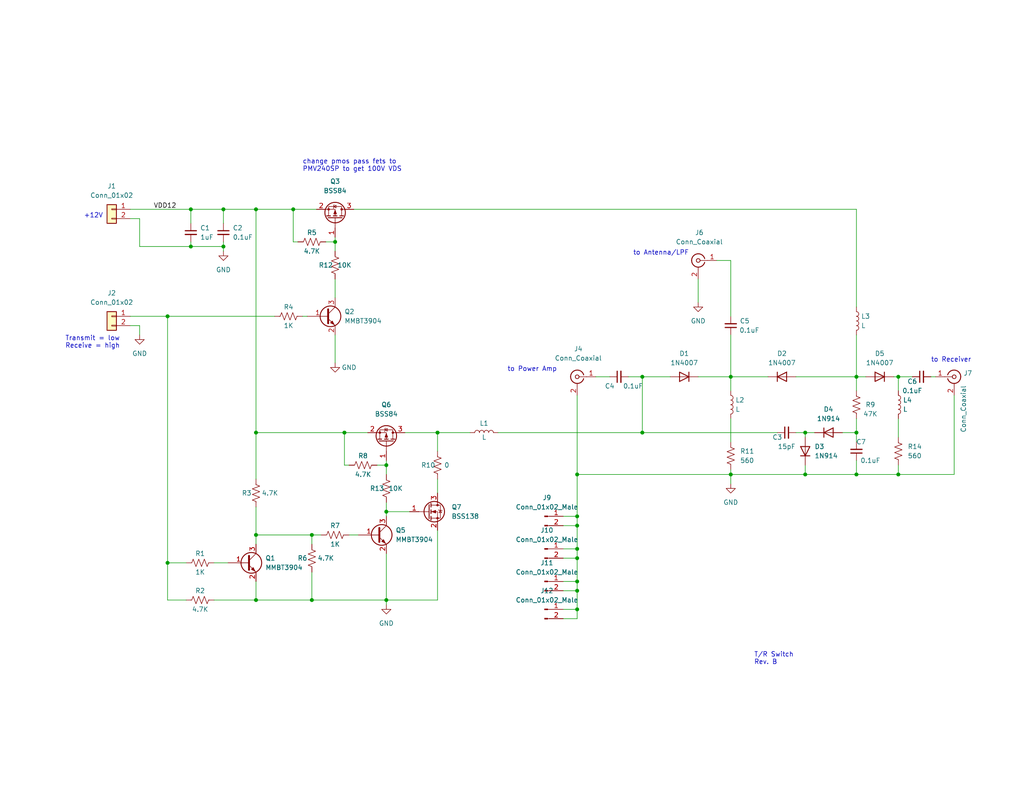
<source format=kicad_sch>
(kicad_sch (version 20211123) (generator eeschema)
  (paper "A")
  (lib_symbols
    (symbol "Connector:Conn_01x02_Male" (pin_names (offset 1.016) hide)
      (property "Reference" "J" (at 0 2.54 0))
      (property "Value" "Conn_01x02_Male" (at 0 -5.08 0))
      (symbol "Conn_01x02_Male_1_1"
        (polyline (pts (xy 1.27 -2.54) (xy 0.8636 -2.54)) (stroke (width 0.1524)))
        (polyline (pts (xy 1.27 0) (xy 0.8636 0)) (stroke (width 0.1524)))
        (rectangle (start 0.8636 -2.413) (end 0 -2.667) (stroke (width 0.1524)) (fill (type outline)))
        (rectangle (start 0.8636 0.127) (end 0 -0.127) (stroke (width 0.1524)) (fill (type outline)))
        (pin passive line (at 5.08 0 180) (length 3.81) (name "Pin_1") (number "1"))
        (pin passive line (at 5.08 -2.54 180) (length 3.81) (name "Pin_2") (number "2"))
      )
    )
    (symbol "Connector:Conn_Coaxial" (pin_names (offset 1.016) hide)
      (property "Reference" "J" (at 0.254 3.048 0))
      (property "Value" "Conn_Coaxial" (at 2.921 0 90))
      (symbol "Conn_Coaxial_0_1"
        (arc (start -1.778 -0.508) (mid 0.222 -1.808) (end 1.778 0) (stroke (width 0.254)))
        (polyline (pts (xy -2.54 0) (xy -0.508 0)))
        (polyline (pts (xy 0 -2.54) (xy 0 -1.778)))
        (circle (center 0 0) (radius 0.508) (stroke (width 0.2032)))
        (arc (start 1.778 0) (mid 0.222 1.8083) (end -1.778 0.508) (stroke (width 0.254)))
      )
      (symbol "Conn_Coaxial_1_1"
        (pin passive line (at -5.08 0 0) (length 2.54) (name "In") (number "1"))
        (pin passive line (at 0 -5.08 90) (length 2.54) (name "Ext") (number "2"))
      )
    )
    (symbol "Connector_Generic:Conn_01x02" (pin_names (offset 1.016) hide)
      (property "Reference" "J" (at 0 2.54 0))
      (property "Value" "Conn_01x02" (at 0 -5.08 0))
      (symbol "Conn_01x02_1_1"
        (rectangle (start -1.27 -2.413) (end 0 -2.667) (stroke (width 0.1524)))
        (rectangle (start -1.27 0.127) (end 0 -0.127) (stroke (width 0.1524)))
        (rectangle (start -1.27 1.27) (end 1.27 -3.81) (stroke (width 0.254)) (fill (type background)))
        (pin passive line (at -5.08 0 0) (length 3.81) (name "Pin_1") (number "1"))
        (pin passive line (at -5.08 -2.54 0) (length 3.81) (name "Pin_2") (number "2"))
      )
    )
    (symbol "Device:C_Small" (pin_numbers hide) (pin_names (offset 0.254) hide)
      (property "Reference" "C" (at 0.254 1.778 0))
      (property "Value" "C_Small" (at 0.254 -2.032 0))
      (symbol "C_Small_0_1"
        (polyline (pts (xy -1.524 -0.508) (xy 1.524 -0.508)) (stroke (width 0.3302)))
        (polyline (pts (xy -1.524 0.508) (xy 1.524 0.508)) (stroke (width 0.3048)))
      )
      (symbol "C_Small_1_1"
        (pin passive line (at 0 2.54 270) (length 2.032) (name "~") (number "1"))
        (pin passive line (at 0 -2.54 90) (length 2.032) (name "~") (number "2"))
      )
    )
    (symbol "Device:D" (pin_numbers hide) (pin_names (offset 1.016) hide)
      (property "Reference" "D" (at 0 2.54 0))
      (property "Value" "D" (at 0 -2.54 0))
      (symbol "D_0_1"
        (polyline (pts (xy -1.27 1.27) (xy -1.27 -1.27)) (stroke (width 0.254)))
        (polyline (pts (xy 1.27 0) (xy -1.27 0)))
        (polyline (pts (xy 1.27 1.27) (xy 1.27 -1.27) (xy -1.27 0) (xy 1.27 1.27)) (stroke (width 0.254)))
      )
      (symbol "D_1_1"
        (pin passive line (at -3.81 0 0) (length 2.54) (name "K") (number "1"))
        (pin passive line (at 3.81 0 180) (length 2.54) (name "A") (number "2"))
      )
    )
    (symbol "Device:L" (pin_numbers hide) (pin_names (offset 1.016) hide)
      (property "Reference" "L" (at -1.27 0 90))
      (property "Value" "L" (at 1.905 0 90))
      (symbol "L_0_1"
        (arc (start 0 -2.54) (mid 0.635 -1.905) (end 0 -1.27))
        (arc (start 0 -1.27) (mid 0.635 -0.635) (end 0 0))
        (arc (start 0 0) (mid 0.635 0.635) (end 0 1.27))
        (arc (start 0 1.27) (mid 0.635 1.905) (end 0 2.54))
      )
      (symbol "L_1_1"
        (pin passive line (at 0 3.81 270) (length 1.27) (name "1") (number "1"))
        (pin passive line (at 0 -3.81 90) (length 1.27) (name "2") (number "2"))
      )
    )
    (symbol "Device:Q_NMOS_GSD" (pin_names (offset 0) hide)
      (property "Reference" "Q" (at 5.08 1.27 0))
      (property "Value" "Q_NMOS_GSD" (at 5.08 -1.27 0))
      (symbol "Q_NMOS_GSD_0_1"
        (polyline (pts (xy 0.254 0) (xy -2.54 0)))
        (polyline (pts (xy 0.254 1.905) (xy 0.254 -1.905)) (stroke (width 0.254)))
        (polyline (pts (xy 0.762 -1.27) (xy 0.762 -2.286)) (stroke (width 0.254)))
        (polyline (pts (xy 0.762 0.508) (xy 0.762 -0.508)) (stroke (width 0.254)))
        (polyline (pts (xy 0.762 2.286) (xy 0.762 1.27)) (stroke (width 0.254)))
        (polyline (pts (xy 2.54 2.54) (xy 2.54 1.778)))
        (polyline (pts (xy 2.54 -2.54) (xy 2.54 0) (xy 0.762 0)))
        (polyline (pts (xy 0.762 -1.778) (xy 3.302 -1.778) (xy 3.302 1.778) (xy 0.762 1.778)))
        (polyline (pts (xy 1.016 0) (xy 2.032 0.381) (xy 2.032 -0.381) (xy 1.016 0)) (fill (type outline)))
        (polyline (pts (xy 2.794 0.508) (xy 2.921 0.381) (xy 3.683 0.381) (xy 3.81 0.254)))
        (polyline (pts (xy 3.302 0.381) (xy 2.921 -0.254) (xy 3.683 -0.254) (xy 3.302 0.381)))
        (circle (center 1.651 0) (radius 2.794) (stroke (width 0.254)))
        (circle (center 2.54 -1.778) (radius 0.254) (fill (type outline)))
        (circle (center 2.54 1.778) (radius 0.254) (fill (type outline)))
      )
      (symbol "Q_NMOS_GSD_1_1"
        (pin input line (at -5.08 0 0) (length 2.54) (name "G") (number "1"))
        (pin passive line (at 2.54 -5.08 90) (length 2.54) (name "S") (number "2"))
        (pin passive line (at 2.54 5.08 270) (length 2.54) (name "D") (number "3"))
      )
    )
    (symbol "Device:Q_NPN_BEC" (pin_names (offset 0) hide)
      (property "Reference" "Q" (at 5.08 1.27 0))
      (property "Value" "Q_NPN_BEC" (at 5.08 -1.27 0))
      (symbol "Q_NPN_BEC_0_1"
        (polyline (pts (xy 0.635 0.635) (xy 2.54 2.54)))
        (polyline (pts (xy 0.635 -0.635) (xy 2.54 -2.54) (xy 2.54 -2.54)))
        (polyline (pts (xy 0.635 1.905) (xy 0.635 -1.905) (xy 0.635 -1.905)) (stroke (width 0.508)))
        (polyline (pts (xy 1.27 -1.778) (xy 1.778 -1.27) (xy 2.286 -2.286) (xy 1.27 -1.778) (xy 1.27 -1.778)) (fill (type outline)))
        (circle (center 1.27 0) (radius 2.8194) (stroke (width 0.254)))
      )
      (symbol "Q_NPN_BEC_1_1"
        (pin input line (at -5.08 0 0) (length 5.715) (name "B") (number "1"))
        (pin passive line (at 2.54 -5.08 90) (length 2.54) (name "E") (number "2"))
        (pin passive line (at 2.54 5.08 270) (length 2.54) (name "C") (number "3"))
      )
    )
    (symbol "Device:Q_PMOS_GSD" (pin_names (offset 0) hide)
      (property "Reference" "Q" (at 5.08 1.27 0))
      (property "Value" "Q_PMOS_GSD" (at 5.08 -1.27 0))
      (symbol "Q_PMOS_GSD_0_1"
        (polyline (pts (xy 0.254 0) (xy -2.54 0)))
        (polyline (pts (xy 0.254 1.905) (xy 0.254 -1.905)) (stroke (width 0.254)))
        (polyline (pts (xy 0.762 -1.27) (xy 0.762 -2.286)) (stroke (width 0.254)))
        (polyline (pts (xy 0.762 0.508) (xy 0.762 -0.508)) (stroke (width 0.254)))
        (polyline (pts (xy 0.762 2.286) (xy 0.762 1.27)) (stroke (width 0.254)))
        (polyline (pts (xy 2.54 2.54) (xy 2.54 1.778)))
        (polyline (pts (xy 2.54 -2.54) (xy 2.54 0) (xy 0.762 0)))
        (polyline (pts (xy 0.762 1.778) (xy 3.302 1.778) (xy 3.302 -1.778) (xy 0.762 -1.778)))
        (polyline (pts (xy 2.286 0) (xy 1.27 0.381) (xy 1.27 -0.381) (xy 2.286 0)) (fill (type outline)))
        (polyline (pts (xy 2.794 -0.508) (xy 2.921 -0.381) (xy 3.683 -0.381) (xy 3.81 -0.254)))
        (polyline (pts (xy 3.302 -0.381) (xy 2.921 0.254) (xy 3.683 0.254) (xy 3.302 -0.381)))
        (circle (center 1.651 0) (radius 2.794) (stroke (width 0.254)))
        (circle (center 2.54 -1.778) (radius 0.254) (fill (type outline)))
        (circle (center 2.54 1.778) (radius 0.254) (fill (type outline)))
      )
      (symbol "Q_PMOS_GSD_1_1"
        (pin input line (at -5.08 0 0) (length 2.54) (name "G") (number "1"))
        (pin passive line (at 2.54 -5.08 90) (length 2.54) (name "S") (number "2"))
        (pin passive line (at 2.54 5.08 270) (length 2.54) (name "D") (number "3"))
      )
    )
    (symbol "Device:R_US" (pin_numbers hide) (pin_names (offset 0))
      (property "Reference" "R" (at 2.54 0 90))
      (property "Value" "R_US" (at -2.54 0 90))
      (symbol "R_US_0_1"
        (polyline (pts (xy 0 -2.286) (xy 0 -2.54)))
        (polyline (pts (xy 0 2.286) (xy 0 2.54)))
        (polyline (pts (xy 0 -0.762) (xy 1.016 -1.143) (xy 0 -1.524) (xy -1.016 -1.905) (xy 0 -2.286)))
        (polyline (pts (xy 0 0.762) (xy 1.016 0.381) (xy 0 0) (xy -1.016 -0.381) (xy 0 -0.762)))
        (polyline (pts (xy 0 2.286) (xy 1.016 1.905) (xy 0 1.524) (xy -1.016 1.143) (xy 0 0.762)))
      )
      (symbol "R_US_1_1"
        (pin passive line (at 0 3.81 270) (length 1.27) (name "~") (number "1"))
        (pin passive line (at 0 -3.81 90) (length 1.27) (name "~") (number "2"))
      )
    )
    (symbol "power:GND" (power) (pin_names (offset 0))
      (property "Value" "GND" (at 0 -3.81 0))
      (symbol "GND_0_1"
        (polyline (pts (xy 0 0) (xy 0 -1.27) (xy 1.27 -1.27) (xy 0 -2.54) (xy -1.27 -1.27) (xy 0 -1.27)))
      )
      (symbol "GND_1_1"
        (pin power_in line (at 0 0 270) (length 0) hide (name "GND") (number "1"))
      )
    )
  )
  (junction (at 85.09 146.05))
  (junction (at 119.38 118.11))
  (junction (at 157.48 158.75))
  (junction (at 52.07 57.15))
  (junction (at 105.41 139.7))
  (junction (at 157.48 149.86))
  (junction (at 233.68 102.87))
  (junction (at 219.71 129.54))
  (junction (at 85.09 163.83))
  (junction (at 245.11 129.54))
  (junction (at 199.39 129.54))
  (junction (at 60.96 57.15))
  (junction (at 157.48 143.51))
  (junction (at 91.44 66.04))
  (junction (at 52.07 67.31))
  (junction (at 157.48 129.54))
  (junction (at 233.68 118.11))
  (junction (at 93.98 118.11))
  (junction (at 175.26 118.11))
  (junction (at 157.48 140.97))
  (junction (at 69.85 163.83))
  (junction (at 175.26 102.87))
  (junction (at 245.11 102.87))
  (junction (at 157.48 152.4))
  (junction (at 60.96 67.31))
  (junction (at 69.85 146.05))
  (junction (at 157.48 161.29))
  (junction (at 69.85 57.15))
  (junction (at 45.72 153.67))
  (junction (at 105.41 127))
  (junction (at 45.72 86.36))
  (junction (at 219.71 118.11))
  (junction (at 233.68 129.54))
  (junction (at 199.39 102.87))
  (junction (at 69.85 118.11))
  (junction (at 80.01 57.15))
  (junction (at 157.48 166.37))
  (junction (at 105.41 163.83))
  (wire (pts (xy 38.1 67.31) (xy 52.07 67.31)))
  (wire (pts (xy 96.52 57.15) (xy 233.68 57.15)))
  (wire (pts (xy 233.68 125.73) (xy 233.68 129.54)))
  (wire (pts (xy 105.41 127) (xy 105.41 129.54)))
  (wire (pts (xy 157.48 149.86) (xy 157.48 143.51)))
  (wire (pts (xy 119.38 118.11) (xy 128.27 118.11)))
  (wire (pts (xy 153.67 158.75) (xy 157.48 158.75)))
  (wire (pts (xy 93.98 118.11) (xy 93.98 127)))
  (wire (pts (xy 190.5 76.2) (xy 190.5 82.55)))
  (wire (pts (xy 82.55 86.36) (xy 83.82 86.36)))
  (wire (pts (xy 45.72 86.36) (xy 74.93 86.36)))
  (wire (pts (xy 60.96 57.15) (xy 69.85 57.15)))
  (wire (pts (xy 212.09 118.11) (xy 175.26 118.11)))
  (wire (pts (xy 219.71 118.11) (xy 222.25 118.11)))
  (wire (pts (xy 217.17 118.11) (xy 219.71 118.11)))
  (wire (pts (xy 119.38 118.11) (xy 119.38 123.19)))
  (wire (pts (xy 58.42 163.83) (xy 69.85 163.83)))
  (wire (pts (xy 171.45 102.87) (xy 175.26 102.87)))
  (wire (pts (xy 233.68 102.87) (xy 236.22 102.87)))
  (wire (pts (xy 162.56 102.87) (xy 166.37 102.87)))
  (wire (pts (xy 245.11 127) (xy 245.11 129.54)))
  (wire (pts (xy 153.67 168.91) (xy 157.48 168.91)))
  (wire (pts (xy 86.36 57.15) (xy 80.01 57.15)))
  (wire (pts (xy 233.68 118.11) (xy 233.68 120.65)))
  (wire (pts (xy 38.1 59.69) (xy 38.1 67.31)))
  (wire (pts (xy 88.9 66.04) (xy 91.44 66.04)))
  (wire (pts (xy 50.8 153.67) (xy 45.72 153.67)))
  (wire (pts (xy 233.68 57.15) (xy 233.68 83.82)))
  (wire (pts (xy 245.11 114.3) (xy 245.11 119.38)))
  (wire (pts (xy 110.49 118.11) (xy 119.38 118.11)))
  (wire (pts (xy 52.07 67.31) (xy 60.96 67.31)))
  (wire (pts (xy 60.96 66.04) (xy 60.96 67.31)))
  (wire (pts (xy 45.72 163.83) (xy 45.72 153.67)))
  (wire (pts (xy 219.71 129.54) (xy 199.39 129.54)))
  (wire (pts (xy 157.48 143.51) (xy 157.48 140.97)))
  (wire (pts (xy 199.39 128.27) (xy 199.39 129.54)))
  (wire (pts (xy 245.11 102.87) (xy 245.11 106.68)))
  (wire (pts (xy 157.48 166.37) (xy 157.48 168.91)))
  (wire (pts (xy 233.68 91.44) (xy 233.68 102.87)))
  (wire (pts (xy 93.98 127) (xy 95.25 127)))
  (wire (pts (xy 199.39 114.3) (xy 199.39 120.65)))
  (wire (pts (xy 35.56 88.9) (xy 38.1 88.9)))
  (wire (pts (xy 91.44 64.77) (xy 91.44 66.04)))
  (wire (pts (xy 69.85 158.75) (xy 69.85 163.83)))
  (wire (pts (xy 233.68 114.3) (xy 233.68 118.11)))
  (wire (pts (xy 60.96 57.15) (xy 60.96 60.96)))
  (wire (pts (xy 95.25 146.05) (xy 97.79 146.05)))
  (wire (pts (xy 243.84 102.87) (xy 245.11 102.87)))
  (wire (pts (xy 153.67 161.29) (xy 157.48 161.29)))
  (wire (pts (xy 52.07 57.15) (xy 52.07 60.96)))
  (wire (pts (xy 69.85 118.11) (xy 93.98 118.11)))
  (wire (pts (xy 157.48 152.4) (xy 157.48 149.86)))
  (wire (pts (xy 38.1 88.9) (xy 38.1 91.44)))
  (wire (pts (xy 69.85 118.11) (xy 69.85 130.81)))
  (wire (pts (xy 102.87 127) (xy 105.41 127)))
  (wire (pts (xy 35.56 57.15) (xy 52.07 57.15)))
  (wire (pts (xy 199.39 129.54) (xy 199.39 132.08)))
  (wire (pts (xy 233.68 102.87) (xy 233.68 106.68)))
  (wire (pts (xy 105.41 125.73) (xy 105.41 127)))
  (wire (pts (xy 80.01 57.15) (xy 80.01 66.04)))
  (wire (pts (xy 217.17 102.87) (xy 233.68 102.87)))
  (wire (pts (xy 100.33 118.11) (xy 93.98 118.11)))
  (wire (pts (xy 52.07 57.15) (xy 60.96 57.15)))
  (wire (pts (xy 60.96 67.31) (xy 60.96 68.58)))
  (wire (pts (xy 105.41 151.13) (xy 105.41 163.83)))
  (wire (pts (xy 91.44 66.04) (xy 91.44 68.58)))
  (wire (pts (xy 69.85 118.11) (xy 69.85 57.15)))
  (wire (pts (xy 35.56 59.69) (xy 38.1 59.69)))
  (wire (pts (xy 105.41 139.7) (xy 111.76 139.7)))
  (wire (pts (xy 199.39 106.68) (xy 199.39 102.87)))
  (wire (pts (xy 157.48 129.54) (xy 199.39 129.54)))
  (wire (pts (xy 245.11 129.54) (xy 233.68 129.54)))
  (wire (pts (xy 135.89 118.11) (xy 175.26 118.11)))
  (wire (pts (xy 69.85 146.05) (xy 85.09 146.05)))
  (wire (pts (xy 233.68 129.54) (xy 219.71 129.54)))
  (wire (pts (xy 50.8 163.83) (xy 45.72 163.83)))
  (wire (pts (xy 105.41 139.7) (xy 105.41 140.97)))
  (wire (pts (xy 91.44 91.44) (xy 91.44 99.06)))
  (wire (pts (xy 260.35 107.95) (xy 260.35 129.54)))
  (wire (pts (xy 52.07 66.04) (xy 52.07 67.31)))
  (wire (pts (xy 69.85 163.83) (xy 85.09 163.83)))
  (wire (pts (xy 91.44 76.2) (xy 91.44 81.28)))
  (wire (pts (xy 175.26 102.87) (xy 175.26 118.11)))
  (wire (pts (xy 219.71 118.11) (xy 219.71 119.38)))
  (wire (pts (xy 153.67 143.51) (xy 157.48 143.51)))
  (wire (pts (xy 260.35 129.54) (xy 245.11 129.54)))
  (wire (pts (xy 85.09 146.05) (xy 87.63 146.05)))
  (wire (pts (xy 157.48 158.75) (xy 157.48 161.29)))
  (wire (pts (xy 58.42 153.67) (xy 62.23 153.67)))
  (wire (pts (xy 35.56 86.36) (xy 45.72 86.36)))
  (wire (pts (xy 69.85 57.15) (xy 80.01 57.15)))
  (wire (pts (xy 157.48 140.97) (xy 157.48 129.54)))
  (wire (pts (xy 199.39 71.12) (xy 199.39 86.36)))
  (wire (pts (xy 254 102.87) (xy 255.27 102.87)))
  (wire (pts (xy 105.41 163.83) (xy 105.41 165.1)))
  (wire (pts (xy 153.67 149.86) (xy 157.48 149.86)))
  (wire (pts (xy 199.39 91.44) (xy 199.39 102.87)))
  (wire (pts (xy 85.09 148.59) (xy 85.09 146.05)))
  (wire (pts (xy 175.26 102.87) (xy 182.88 102.87)))
  (wire (pts (xy 119.38 144.78) (xy 119.38 163.83)))
  (wire (pts (xy 190.5 102.87) (xy 199.39 102.87)))
  (wire (pts (xy 69.85 138.43) (xy 69.85 146.05)))
  (wire (pts (xy 153.67 152.4) (xy 157.48 152.4)))
  (wire (pts (xy 229.87 118.11) (xy 233.68 118.11)))
  (wire (pts (xy 153.67 166.37) (xy 157.48 166.37)))
  (wire (pts (xy 105.41 137.16) (xy 105.41 139.7)))
  (wire (pts (xy 119.38 130.81) (xy 119.38 134.62)))
  (wire (pts (xy 219.71 127) (xy 219.71 129.54)))
  (wire (pts (xy 45.72 153.67) (xy 45.72 86.36)))
  (wire (pts (xy 195.58 71.12) (xy 199.39 71.12)))
  (wire (pts (xy 119.38 163.83) (xy 105.41 163.83)))
  (wire (pts (xy 85.09 163.83) (xy 105.41 163.83)))
  (wire (pts (xy 199.39 102.87) (xy 209.55 102.87)))
  (wire (pts (xy 85.09 156.21) (xy 85.09 163.83)))
  (wire (pts (xy 157.48 161.29) (xy 157.48 166.37)))
  (wire (pts (xy 80.01 66.04) (xy 81.28 66.04)))
  (wire (pts (xy 153.67 140.97) (xy 157.48 140.97)))
  (wire (pts (xy 245.11 102.87) (xy 248.92 102.87)))
  (wire (pts (xy 157.48 107.95) (xy 157.48 129.54)))
  (wire (pts (xy 157.48 158.75) (xy 157.48 152.4)))
  (wire (pts (xy 69.85 146.05) (xy 69.85 148.59)))
  (text "T/R Switch\nRev. B" (at 205.74 181.61 0) (effects (font (size 1.27 1.27)) (justify left bottom)))
  (text "+12V" (at 22.86 59.69 0) (effects (font (size 1.27 1.27)) (justify left bottom)))
  (text "Transmit = low\nReceive = high" (at 17.78 95.25 0) (effects (font (size 1.27 1.27)) (justify left bottom)))
  (text "to Receiver" (at 254 99.06 0) (effects (font (size 1.27 1.27)) (justify left bottom)))
  (text "to Power Amp" (at 138.43 101.6 0) (effects (font (size 1.27 1.27)) (justify left bottom)))
  (text "change pmos pass fets to\nPMV240SP to get 100V VDS" (at 82.55 46.99 0) (effects (font (size 1.27 1.27)) (justify left bottom)))
  (text "to Antenna/LPF" (at 172.72 69.85 0) (effects (font (size 1.27 1.27)) (justify left bottom)))
  (label "VDD12" (at 41.91 57.15 0))
  (symbol (lib_id "Device:R_US") (at 85.09 66.04 90) (unit 1)
    (property "Reference" "R5" (at 85.09 63.5 90))
    (property "Value" "4.7K" (at 85.09 68.58 90))
    (property "Footprint" "Resistor_SMD:R_0603_1608Metric_Pad0.98x0.95mm_HandSolder" (effects hide))
  )
  (symbol (lib_id "Connector:Conn_01x02_Male") (at 148.59 140.97 0) (unit 1)
    (property "Reference" "J9" (at 149.225 135.89 0))
    (property "Value" "Conn_01x02_Male" (at 149.225 138.43 0))
    (property "Footprint" "Connector_PinHeader_2.54mm:PinHeader_1x02_P2.54mm_Vertical" (effects hide))
  )
  (symbol (lib_id "Device:Q_NPN_BEC") (at 102.87 146.05 0) (unit 1)
    (property "Reference" "Q5" (at 107.95 144.7799 0) (effects (justify left)))
    (property "Value" "MMBT3904" (at 107.95 147.3199 0) (effects (justify left)))
    (property "Footprint" "Package_TO_SOT_SMD:SOT-23" (effects hide))
  )
  (symbol (lib_id "Device:D") (at 213.36 102.87 0) (unit 1)
    (property "Reference" "D2" (at 213.36 96.52 0))
    (property "Value" "1N4007" (at 213.36 99.06 0))
    (property "Footprint" "Diode_THT:D_DO-41_SOD81_P10.16mm_Horizontal" (effects hide))
  )
  (symbol (lib_id "Device:Q_NMOS_GSD") (at 116.84 139.7 0) (unit 1)
    (property "Reference" "Q7" (at 123.19 138.4299 0) (effects (justify left)))
    (property "Value" "BSS138" (at 123.19 140.9699 0) (effects (justify left)))
    (property "Footprint" "Package_TO_SOT_SMD:SOT-23" (effects hide))
  )
  (symbol (lib_id "power:GND") (at 38.1 91.44 0) (unit 1)
    (property "Reference" "#PWR01" (effects hide))
    (property "Value" "GND" (at 38.1 96.52 0))
  )
  (symbol (lib_id "Device:R_US") (at 54.61 163.83 270) (unit 1)
    (property "Reference" "R2" (at 54.61 161.29 90))
    (property "Value" "4.7K" (at 54.61 166.37 90))
    (property "Footprint" "Resistor_SMD:R_0603_1608Metric_Pad0.98x0.95mm_HandSolder" (effects hide))
  )
  (symbol (lib_id "Device:R_US") (at 199.39 124.46 0) (unit 1)
    (property "Reference" "R11" (at 201.93 123.1899 0) (effects (justify left)))
    (property "Value" "560" (at 201.93 125.7299 0) (effects (justify left)))
    (property "Footprint" "Resistor_THT:R_Axial_DIN0411_L9.9mm_D3.6mm_P15.24mm_Horizontal" (effects hide))
  )
  (symbol (lib_id "Connector_Generic:Conn_01x02") (at 30.48 57.15 0) (mirror y) (unit 1)
    (property "Reference" "J1" (at 30.48 50.8 0))
    (property "Value" "Conn_01x02" (at 30.48 53.34 0))
    (property "Footprint" "Connector_PinHeader_2.54mm:PinHeader_1x02_P2.54mm_Vertical" (effects hide))
  )
  (symbol (lib_id "Device:C_Small") (at 168.91 102.87 90) (unit 1)
    (property "Reference" "C4" (at 166.37 105.41 90))
    (property "Value" "0.1uF" (at 172.72 105.41 90))
    (property "Footprint" "Capacitor_THT:C_Disc_D5.0mm_W2.5mm_P5.00mm" (effects hide))
  )
  (symbol (lib_id "Device:C_Small") (at 199.39 88.9 180) (unit 1)
    (property "Reference" "C5" (at 203.2 87.63 0))
    (property "Value" "0.1uF" (at 204.47 90.17 0))
    (property "Footprint" "Capacitor_THT:C_Disc_D5.0mm_W2.5mm_P5.00mm" (effects hide))
  )
  (symbol (lib_id "Device:D") (at 186.69 102.87 180) (unit 1)
    (property "Reference" "D1" (at 186.69 96.52 0))
    (property "Value" "1N4007" (at 186.69 99.06 0))
    (property "Footprint" "Diode_THT:D_DO-41_SOD81_P10.16mm_Horizontal" (effects hide))
  )
  (symbol (lib_id "Device:L") (at 199.39 110.49 0) (unit 1)
    (property "Reference" "L2" (at 200.66 109.2199 0) (effects (justify left)))
    (property "Value" "L" (at 200.66 111.7599 0) (effects (justify left)))
    (property "Footprint" "Inductor_THT:L_Toroid_Vertical_L10.0mm_W5.0mm_P5.08mm" (effects hide))
  )
  (symbol (lib_id "Device:R_US") (at 69.85 134.62 180) (unit 1)
    (property "Reference" "R3" (at 67.31 134.62 0))
    (property "Value" "4.7K" (at 73.66 134.62 0))
    (property "Footprint" "Resistor_SMD:R_0603_1608Metric_Pad0.98x0.95mm_HandSolder" (effects hide))
  )
  (symbol (lib_id "Connector:Conn_01x02_Male") (at 148.59 166.37 0) (unit 1)
    (property "Reference" "J12" (at 149.225 161.29 0))
    (property "Value" "Conn_01x02_Male" (at 149.225 163.83 0))
    (property "Footprint" "Connector_PinHeader_2.54mm:PinHeader_1x02_P2.54mm_Vertical" (effects hide))
  )
  (symbol (lib_id "Connector:Conn_Coaxial") (at 190.5 71.12 0) (mirror y) (unit 1)
    (property "Reference" "J6" (at 190.8174 63.5 0))
    (property "Value" "Conn_Coaxial" (at 190.8174 66.04 0))
    (property "Footprint" "Connector_Coaxial:SMA_Samtec_SMA-J-P-X-ST-EM1_EdgeMount" (effects hide))
    (property "Datasheet" " ~" (effects hide))
  )
  (symbol (lib_id "Device:Q_NPN_BEC") (at 67.31 153.67 0) (unit 1)
    (property "Reference" "Q1" (at 72.39 152.3999 0) (effects (justify left)))
    (property "Value" "MMBT3904" (at 72.39 154.9399 0) (effects (justify left)))
    (property "Footprint" "Package_TO_SOT_SMD:SOT-23" (effects hide))
  )
  (symbol (lib_id "power:GND") (at 60.96 68.58 0) (unit 1)
    (property "Reference" "#PWR02" (effects hide))
    (property "Value" "GND" (at 60.96 73.66 0))
  )
  (symbol (lib_id "Device:R_US") (at 85.09 152.4 180) (unit 1)
    (property "Reference" "R6" (at 82.55 152.4 0))
    (property "Value" "4.7K" (at 88.9 152.4 0))
    (property "Footprint" "Resistor_SMD:R_0603_1608Metric_Pad0.98x0.95mm_HandSolder" (effects hide))
  )
  (symbol (lib_id "Device:R_US") (at 54.61 153.67 90) (unit 1)
    (property "Reference" "R1" (at 54.61 151.13 90))
    (property "Value" "1K" (at 54.61 156.21 90))
    (property "Footprint" "Resistor_SMD:R_0603_1608Metric_Pad0.98x0.95mm_HandSolder" (effects hide))
  )
  (symbol (lib_id "Device:L") (at 233.68 87.63 0) (unit 1)
    (property "Reference" "L3" (at 234.95 86.3599 0) (effects (justify left)))
    (property "Value" "L" (at 234.95 88.8999 0) (effects (justify left)))
    (property "Footprint" "Inductor_THT:L_Toroid_Vertical_L10.0mm_W5.0mm_P5.08mm" (effects hide))
  )
  (symbol (lib_id "Device:Q_PMOS_GSD") (at 91.44 59.69 270) (mirror x) (unit 1)
    (property "Reference" "Q3" (at 91.44 49.53 90))
    (property "Value" "BSS84" (at 91.44 52.07 90))
    (property "Footprint" "Package_TO_SOT_SMD:SOT-23" (effects hide))
  )
  (symbol (lib_id "Device:C_Small") (at 233.68 123.19 180) (unit 1)
    (property "Reference" "C7" (at 234.95 120.65 0))
    (property "Value" "0.1uF" (at 237.49 125.73 0))
    (property "Footprint" "Capacitor_THT:C_Disc_D5.0mm_W2.5mm_P5.00mm" (effects hide))
  )
  (symbol (lib_id "power:GND") (at 105.41 165.1 0) (unit 1)
    (property "Reference" "#PWR04" (effects hide))
    (property "Value" "GND" (at 105.41 170.18 0))
  )
  (symbol (lib_id "Device:R_US") (at 91.44 72.39 180) (unit 1)
    (property "Reference" "R12" (at 88.9 72.39 0))
    (property "Value" "10K" (at 93.98 72.39 0))
    (property "Footprint" "Resistor_SMD:R_0603_1608Metric_Pad0.98x0.95mm_HandSolder" (effects hide))
  )
  (symbol (lib_id "Device:C_Small") (at 60.96 63.5 0) (unit 1)
    (property "Reference" "C2" (at 63.5 62.2362 0) (effects (justify left)))
    (property "Value" "0.1uF" (at 63.5 64.7762 0) (effects (justify left)))
    (property "Footprint" "Capacitor_SMD:C_0603_1608Metric_Pad1.08x0.95mm_HandSolder" (effects hide))
  )
  (symbol (lib_id "Device:D") (at 219.71 123.19 90) (unit 1)
    (property "Reference" "D3" (at 222.25 121.9199 90) (effects (justify right)))
    (property "Value" "1N914" (at 222.25 124.4599 90) (effects (justify right)))
    (property "Footprint" "Diode_THT:D_DO-35_SOD27_P7.62mm_Horizontal" (effects hide))
  )
  (symbol (lib_id "Device:R_US") (at 91.44 146.05 90) (unit 1)
    (property "Reference" "R7" (at 91.44 143.51 90))
    (property "Value" "1K" (at 91.44 148.59 90))
    (property "Footprint" "Resistor_SMD:R_0603_1608Metric_Pad0.98x0.95mm_HandSolder" (effects hide))
  )
  (symbol (lib_id "Device:R_US") (at 119.38 127 180) (unit 1)
    (property "Reference" "R10" (at 116.84 127 0))
    (property "Value" "0" (at 121.92 127 0))
    (property "Footprint" "Resistor_SMD:R_0603_1608Metric_Pad0.98x0.95mm_HandSolder" (effects hide))
  )
  (symbol (lib_id "power:GND") (at 190.5 82.55 0) (unit 1)
    (property "Reference" "#PWR06" (effects hide))
    (property "Value" "GND" (at 190.5 87.63 0))
  )
  (symbol (lib_id "Device:R_US") (at 245.11 123.19 0) (unit 1)
    (property "Reference" "R14" (at 247.65 121.9199 0) (effects (justify left)))
    (property "Value" "560" (at 247.65 124.4599 0) (effects (justify left)))
    (property "Footprint" "Resistor_THT:R_Axial_DIN0411_L9.9mm_D3.6mm_P15.24mm_Horizontal" (effects hide))
  )
  (symbol (lib_id "Device:Q_NPN_BEC") (at 88.9 86.36 0) (unit 1)
    (property "Reference" "Q2" (at 93.98 85.0899 0) (effects (justify left)))
    (property "Value" "MMBT3904" (at 93.98 87.6299 0) (effects (justify left)))
    (property "Footprint" "Package_TO_SOT_SMD:SOT-23" (effects hide))
  )
  (symbol (lib_id "Device:Q_PMOS_GSD") (at 105.41 120.65 270) (mirror x) (unit 1)
    (property "Reference" "Q6" (at 105.41 110.49 90))
    (property "Value" "BSS84" (at 105.41 113.03 90))
    (property "Footprint" "Package_TO_SOT_SMD:SOT-23" (effects hide))
  )
  (symbol (lib_id "power:GND") (at 199.39 132.08 0) (unit 1)
    (property "Reference" "#PWR07" (effects hide))
    (property "Value" "GND" (at 199.39 137.16 0))
  )
  (symbol (lib_id "power:GND") (at 91.44 99.06 0) (unit 1)
    (property "Reference" "#PWR03" (effects hide))
    (property "Value" "GND" (at 95.25 100.33 0))
  )
  (symbol (lib_id "Device:D") (at 240.03 102.87 0) (mirror y) (unit 1)
    (property "Reference" "D5" (at 240.03 96.52 0))
    (property "Value" "1N4007" (at 240.03 99.06 0))
    (property "Footprint" "Diode_THT:D_DO-41_SOD81_P10.16mm_Horizontal" (effects hide))
  )
  (symbol (lib_id "Connector_Generic:Conn_01x02") (at 30.48 86.36 0) (mirror y) (unit 1)
    (property "Reference" "J2" (at 30.48 80.01 0))
    (property "Value" "Conn_01x02" (at 30.48 82.55 0))
    (property "Footprint" "Connector_PinHeader_2.54mm:PinHeader_1x02_P2.54mm_Vertical" (effects hide))
  )
  (symbol (lib_id "Device:R_US") (at 99.06 127 90) (unit 1)
    (property "Reference" "R8" (at 99.06 124.46 90))
    (property "Value" "4.7K" (at 99.06 129.54 90))
    (property "Footprint" "Resistor_SMD:R_0603_1608Metric_Pad0.98x0.95mm_HandSolder" (effects hide))
  )
  (symbol (lib_id "Connector:Conn_Coaxial") (at 157.48 102.87 0) (mirror y) (unit 1)
    (property "Reference" "J4" (at 157.7974 95.25 0))
    (property "Value" "Conn_Coaxial" (at 157.7974 97.79 0))
    (property "Footprint" "Connector_Coaxial:SMA_Samtec_SMA-J-P-X-ST-EM1_EdgeMount" (effects hide))
    (property "Datasheet" " ~" (effects hide))
  )
  (symbol (lib_id "Device:C_Small") (at 52.07 63.5 0) (unit 1)
    (property "Reference" "C1" (at 54.61 62.2362 0) (effects (justify left)))
    (property "Value" "1uF" (at 54.61 64.7762 0) (effects (justify left)))
    (property "Footprint" "Capacitor_SMD:C_0603_1608Metric_Pad1.08x0.95mm_HandSolder" (effects hide))
  )
  (symbol (lib_id "Device:C_Small") (at 251.46 102.87 90) (unit 1)
    (property "Reference" "C6" (at 248.92 104.14 90))
    (property "Value" "0.1uF" (at 248.92 106.68 90))
    (property "Footprint" "Capacitor_THT:C_Disc_D5.0mm_W2.5mm_P5.00mm" (effects hide))
  )
  (symbol (lib_id "Connector:Conn_01x02_Male") (at 148.59 158.75 0) (unit 1)
    (property "Reference" "J11" (at 149.225 153.67 0))
    (property "Value" "Conn_01x02_Male" (at 149.225 156.21 0))
    (property "Footprint" "Connector_PinHeader_2.54mm:PinHeader_1x02_P2.54mm_Vertical" (effects hide))
  )
  (symbol (lib_id "Device:L") (at 132.08 118.11 90) (unit 1)
    (property "Reference" "L1" (at 132.08 115.57 90))
    (property "Value" "L" (at 132.08 119.38 90))
    (property "Footprint" "Inductor_THT:L_Toroid_Vertical_L10.0mm_W5.0mm_P5.08mm" (effects hide))
  )
  (symbol (lib_id "Device:D") (at 226.06 118.11 0) (unit 1)
    (property "Reference" "D4" (at 226.06 111.76 0))
    (property "Value" "1N914" (at 226.06 114.3 0))
    (property "Footprint" "Diode_THT:D_DO-35_SOD27_P7.62mm_Horizontal" (effects hide))
  )
  (symbol (lib_id "Device:L") (at 245.11 110.49 0) (unit 1)
    (property "Reference" "L4" (at 246.38 109.2199 0) (effects (justify left)))
    (property "Value" "L" (at 246.38 111.7599 0) (effects (justify left)))
    (property "Footprint" "Inductor_THT:L_Toroid_Vertical_L10.0mm_W5.0mm_P5.08mm" (effects hide))
  )
  (symbol (lib_id "Device:C_Small") (at 214.63 118.11 90) (unit 1)
    (property "Reference" "C3" (at 212.09 119.38 90))
    (property "Value" "15pF" (at 214.63 121.92 90))
    (property "Footprint" "Capacitor_THT:C_Disc_D5.0mm_W2.5mm_P5.00mm" (effects hide))
  )
  (symbol (lib_id "Device:R_US") (at 105.41 133.35 180) (unit 1)
    (property "Reference" "R13" (at 102.87 133.35 0))
    (property "Value" "10K" (at 107.95 133.35 0))
    (property "Footprint" "Resistor_SMD:R_0603_1608Metric_Pad0.98x0.95mm_HandSolder" (effects hide))
  )
  (symbol (lib_id "Connector:Conn_Coaxial") (at 260.35 102.87 0) (unit 1)
    (property "Reference" "J7" (at 262.89 101.8931 0) (effects (justify left)))
    (property "Value" "Conn_Coaxial" (at 262.89 118.11 90) (effects (justify left)))
    (property "Footprint" "Connector_Coaxial:SMA_Samtec_SMA-J-P-X-ST-EM1_EdgeMount" (effects hide))
    (property "Datasheet" " ~" (effects hide))
  )
  (symbol (lib_id "Device:R_US") (at 233.68 110.49 180) (unit 1)
    (property "Reference" "R9" (at 237.49 110.49 0))
    (property "Value" "47K" (at 237.49 113.03 0))
    (property "Footprint" "Resistor_SMD:R_0603_1608Metric_Pad0.98x0.95mm_HandSolder" (effects hide))
  )
  (symbol (lib_id "Device:R_US") (at 78.74 86.36 90) (unit 1)
    (property "Reference" "R4" (at 78.74 83.82 90))
    (property "Value" "1K" (at 78.74 88.9 90))
    (property "Footprint" "Resistor_SMD:R_0603_1608Metric_Pad0.98x0.95mm_HandSolder" (effects hide))
  )
  (symbol (lib_id "Connector:Conn_01x02_Male") (at 148.59 149.86 0) (unit 1)
    (property "Reference" "J10" (at 149.225 144.78 0))
    (property "Value" "Conn_01x02_Male" (at 149.225 147.32 0))
    (property "Footprint" "Connector_PinHeader_2.54mm:PinHeader_1x02_P2.54mm_Vertical" (effects hide))
  )
)
</source>
